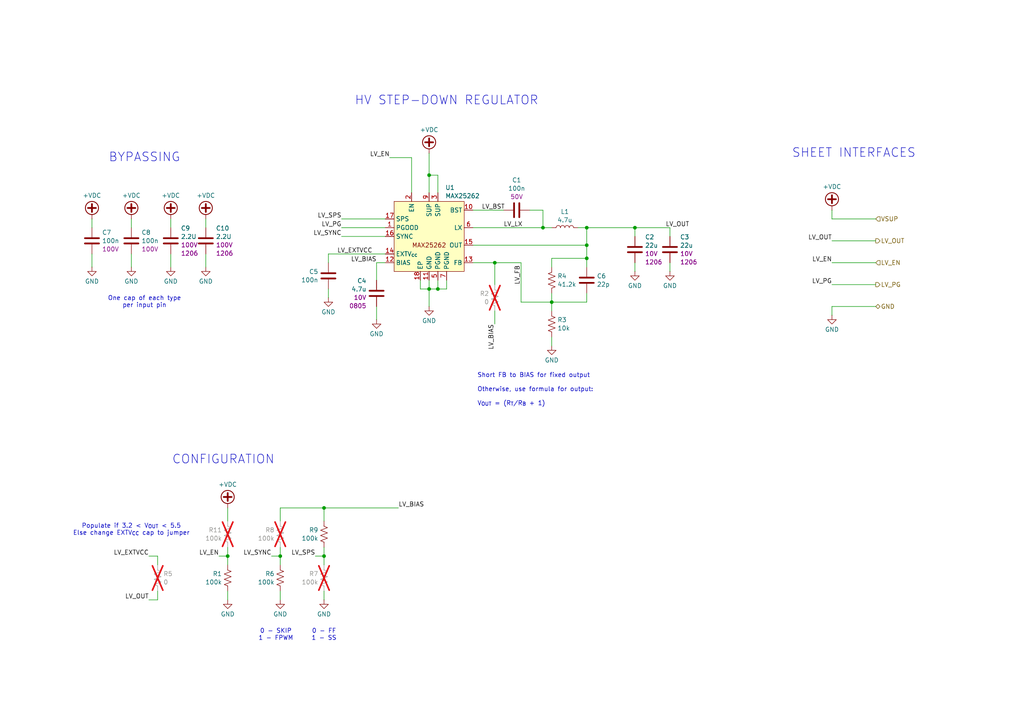
<source format=kicad_sch>
(kicad_sch (version 20250114) (generator "eeschema") (generator_version "9.0")
  (paper "A4")
  (title_block (title "HV Step-Down Regulator") (date "2025-07-15") (rev "0") (comment 1 "All resistors 0603 1% 0.1W unless noted") (comment 2 "All capacitors 0603 16V X5R 10% unless noted"))
  (lib_symbols
    (symbol "Device:C" (pin_numbers (hide yes)) (pin_names (offset 0.254))
      (property "Reference" "C" (at 0.635 2.54 0))
      (property "Value" "C" (at 0.635 -2.54 0))
      (symbol "C_0_1"
        (polyline (pts (xy -2.032 0.762) (xy 2.032 0.762)) (stroke (width 0.508)))
        (polyline (pts (xy -2.032 -0.762) (xy 2.032 -0.762)) (stroke (width 0.508)))
      )
      (symbol "C_1_1"
        (pin passive line (at 0 3.81 270) (length 2.794) (name "~") (number "1"))
        (pin passive line (at 0 -3.81 90) (length 2.794) (name "~") (number "2"))
      )
    )
    (symbol "Device:L" (pin_numbers (hide yes)) (pin_names (offset 1.016) (hide yes))
      (property "Reference" "L" (at -1.27 0 90))
      (property "Value" "L" (at 1.905 0 90))
      (symbol "L_0_1"
        (arc (start 0 2.54) (mid 0.6323 1.905) (end 0 1.27))
        (arc (start 0 1.27) (mid 0.6323 0.635) (end 0 0))
        (arc (start 0 0) (mid 0.6323 -0.635) (end 0 -1.27))
        (arc (start 0 -1.27) (mid 0.6323 -1.905) (end 0 -2.54))
      )
      (symbol "L_1_1"
        (pin passive line (at 0 3.81 270) (length 1.27) (name "1") (number "1"))
        (pin passive line (at 0 -3.81 90) (length 1.27) (name "2") (number "2"))
      )
    )
    (symbol "Device:R_US" (pin_numbers (hide yes)) (pin_names (offset 0))
      (property "Reference" "R" (at 2.54 0 90))
      (property "Value" "R_US" (at -2.54 0 90))
      (symbol "R_US_0_1"
        (polyline (pts (xy 0 2.286) (xy 0 2.54)))
        (polyline (pts (xy 0 2.286) (xy 1.016 1.905) (xy 0 1.524) (xy -1.016 1.143) (xy 0 0.762)))
        (polyline (pts (xy 0 0.762) (xy 1.016 0.381) (xy 0 0) (xy -1.016 -0.381) (xy 0 -0.762)))
        (polyline (pts (xy 0 -0.762) (xy 1.016 -1.143) (xy 0 -1.524) (xy -1.016 -1.905) (xy 0 -2.286)))
        (polyline (pts (xy 0 -2.286) (xy 0 -2.54)))
      )
      (symbol "R_US_1_1"
        (pin passive line (at 0 3.81 270) (length 1.27) (name "~") (number "1"))
        (pin passive line (at 0 -3.81 90) (length 1.27) (name "~") (number "2"))
      )
    )
    (symbol "SmithEmpire:MAX25262"
      (property "Reference" "U" (at 7.62 11.43 0))
      (symbol "MAX25262_1_1"
        (rectangle (start -10.16 10.16) (end 10.16 -10.16) (fill (type background)))
        (text "MAX25262" (at 0 -2.54 0) (effects (font (size 1.27 1.27))))
        (pin input line (at -12.7 5.08 0) (length 2.54) (name "SPS") (number "17"))
        (pin open_collector line (at -12.7 2.54 0) (length 2.54) (name "PGOOD") (number "1"))
        (pin input line (at -12.7 0 0) (length 2.54) (name "SYNC") (number "16"))
        (pin bidirectional line (at -12.7 -5.08 0) (length 2.54) (name "EXTV_{cc}") (number "14"))
        (pin bidirectional line (at -12.7 -7.62 0) (length 2.54) (name "BIAS") (number "12"))
        (pin input line (at -5.08 12.7 270) (length 2.54) (name "EN") (number "2"))
        (pin no_connect line (at -5.08 -12.7 90) (length 2.54) (hide yes) (name "NC") (number "8"))
        (pin passive line (at -2.54 -12.7 90) (length 2.54) (name "EP") (number "18"))
        (pin power_in line (at 0 12.7 270) (length 2.54) (name "SUP") (number "9"))
        (pin bidirectional line (at 0 -12.7 90) (length 2.54) (name "GND") (number "11"))
        (pin power_in line (at 2.54 12.7 270) (length 2.54) (name "SUP") (number "3"))
        (pin bidirectional line (at 2.54 -12.7 90) (length 2.54) (name "PGND") (number "5"))
        (pin bidirectional line (at 5.08 -12.7 90) (length 2.54) (name "PGND") (number "7"))
        (pin no_connect line (at 7.62 -12.7 90) (length 2.54) (hide yes) (name "NC") (number "4"))
        (pin power_in line (at 12.7 7.62 180) (length 2.54) (name "BST") (number "10"))
        (pin power_out line (at 12.7 2.54 180) (length 2.54) (name "LX") (number "6"))
        (pin input line (at 12.7 -2.54 180) (length 2.54) (name "OUT") (number "15"))
        (pin input line (at 12.7 -7.62 180) (length 2.54) (name "FB") (number "13"))
      )
    )
    (symbol "power:+VDC" (power) (pin_numbers (hide yes)) (pin_names (offset 0) (hide yes))
      (property "Value" "+VDC" (at 0 6.35 0))
      (symbol "+VDC_0_1"
        (polyline (pts (xy -1.143 3.175) (xy 1.143 3.175)) (stroke (width 0.508)))
        (circle (center 0 3.175) (radius 1.905) (stroke (width 0.254)))
        (polyline (pts (xy 0 2.032) (xy 0 4.318)) (stroke (width 0.508)))
        (polyline (pts (xy 0 0) (xy 0 1.27)))
      )
      (symbol "+VDC_1_1"
        (pin power_in line (at 0 0 90) (length 0) (name "~") (number "1"))
      )
    )
    (symbol "power:GND" (power) (pin_numbers (hide yes)) (pin_names (offset 0) (hide yes))
      (property "Value" "GND" (at 0 -3.81 0))
      (symbol "GND_0_1"
        (polyline (pts (xy 0 0) (xy 0 -1.27) (xy 1.27 -1.27) (xy 0 -2.54) (xy -1.27 -1.27) (xy 0 -1.27)))
      )
      (symbol "GND_1_1"
        (pin power_in line (at 0 0 270) (length 0) (name "~") (number "1"))
      )
    )
  )
  (text "HV STEP-DOWN REGULATOR" (at 129.54 29.21 0) (effects (font (size 2.54 2.54))))
  (text "0 - SKIP\n1 - FPWM" (at 80.01 184.15 0) (effects (font (size 1.27 1.27))))
  (text "Populate if 3.2 < V_{OUT} < 5.5\nElse change EXTV_{CC} cap to jumper" (at 38.1 153.67 0) (effects (font (size 1.27 1.27))))
  (text "0 - FF\n1 - SS" (at 93.98 184.15 0) (effects (font (size 1.27 1.27))))
  (text "SHEET INTERFACES" (at 247.65 44.45 0) (effects (font (size 2.54 2.54))))
  (text "Short FB to BIAS for fixed output\n\nOtherwise, use formula for output:\n\nV_{OUT} = (R_{T}/R_{B} + 1)" (at 138.43 113.03 0) (effects (font (size 1.27 1.27)) (justify left)))
  (text "CONFIGURATION" (at 64.77 133.35 0) (effects (font (size 2.54 2.54))))
  (text "BYPASSING" (at 41.91 45.72 0) (effects (font (size 2.54 2.54))))
  (text "One cap of each type\nper input pin" (at 41.91 87.63 0) (effects (font (size 1.27 1.27))))
  (junction (at 184.15 66.04))
  (junction (at 81.28 161.29))
  (junction (at 124.46 83.82))
  (junction (at 127 83.82))
  (junction (at 170.18 74.93))
  (junction (at 170.18 66.04))
  (junction (at 66.04 161.29))
  (junction (at 160.02 87.63))
  (junction (at 124.46 50.8))
  (junction (at 157.48 66.04))
  (junction (at 143.51 76.2))
  (junction (at 170.18 71.12))
  (junction (at 93.98 147.32))
  (junction (at 93.98 161.29))
  (wire (pts (xy 241.3 60.96) (xy 241.3 63.5)))
  (wire (pts (xy 160.02 74.93) (xy 170.18 74.93)))
  (wire (pts (xy 153.67 60.96) (xy 157.48 60.96)))
  (wire (pts (xy 184.15 66.04) (xy 184.15 68.58)))
  (wire (pts (xy 43.18 161.29) (xy 45.72 161.29)))
  (wire (pts (xy 124.46 50.8) (xy 127 50.8)))
  (wire (pts (xy 81.28 147.32) (xy 93.98 147.32)))
  (wire (pts (xy 81.28 158.75) (xy 81.28 161.29)))
  (wire (pts (xy 45.72 163.83) (xy 45.72 161.29)))
  (wire (pts (xy 93.98 147.32) (xy 93.98 151.13)))
  (wire (pts (xy 170.18 85.09) (xy 170.18 87.63)))
  (wire (pts (xy 137.16 60.96) (xy 146.05 60.96)))
  (wire (pts (xy 26.67 73.66) (xy 26.67 77.47)))
  (wire (pts (xy 99.06 66.04) (xy 111.76 66.04)))
  (wire (pts (xy 127 83.82) (xy 129.54 83.82)))
  (wire (pts (xy 170.18 66.04) (xy 170.18 71.12)))
  (wire (pts (xy 160.02 74.93) (xy 160.02 77.47)))
  (wire (pts (xy 26.67 63.5) (xy 26.67 66.04)))
  (wire (pts (xy 124.46 50.8) (xy 124.46 55.88)))
  (wire (pts (xy 160.02 87.63) (xy 170.18 87.63)))
  (wire (pts (xy 119.38 45.72) (xy 119.38 55.88)))
  (wire (pts (xy 194.31 76.2) (xy 194.31 78.74)))
  (wire (pts (xy 93.98 171.45) (xy 93.98 173.99)))
  (wire (pts (xy 66.04 161.29) (xy 66.04 163.83)))
  (wire (pts (xy 241.3 76.2) (xy 254 76.2)))
  (wire (pts (xy 93.98 161.29) (xy 93.98 163.83)))
  (wire (pts (xy 49.53 73.66) (xy 49.53 77.47)))
  (wire (pts (xy 170.18 74.93) (xy 170.18 77.47)))
  (wire (pts (xy 124.46 81.28) (xy 124.46 83.82)))
  (wire (pts (xy 109.22 88.9) (xy 109.22 92.71)))
  (wire (pts (xy 93.98 158.75) (xy 93.98 161.29)))
  (wire (pts (xy 184.15 66.04) (xy 194.31 66.04)))
  (wire (pts (xy 170.18 66.04) (xy 184.15 66.04)))
  (wire (pts (xy 124.46 83.82) (xy 127 83.82)))
  (wire (pts (xy 95.25 73.66) (xy 111.76 73.66)))
  (wire (pts (xy 95.25 83.82) (xy 95.25 86.36)))
  (wire (pts (xy 160.02 85.09) (xy 160.02 87.63)))
  (wire (pts (xy 66.04 171.45) (xy 66.04 173.99)))
  (wire (pts (xy 160.02 97.79) (xy 160.02 100.33)))
  (wire (pts (xy 81.28 147.32) (xy 81.28 151.13)))
  (wire (pts (xy 129.54 81.28) (xy 129.54 83.82)))
  (wire (pts (xy 241.3 88.9) (xy 254 88.9)))
  (wire (pts (xy 167.64 66.04) (xy 170.18 66.04)))
  (wire (pts (xy 241.3 69.85) (xy 254 69.85)))
  (wire (pts (xy 78.74 161.29) (xy 81.28 161.29)))
  (wire (pts (xy 121.92 83.82) (xy 124.46 83.82)))
  (wire (pts (xy 95.25 73.66) (xy 95.25 76.2)))
  (wire (pts (xy 151.13 76.2) (xy 151.13 87.63)))
  (wire (pts (xy 93.98 147.32) (xy 115.57 147.32)))
  (wire (pts (xy 66.04 147.32) (xy 66.04 151.13)))
  (wire (pts (xy 194.31 66.04) (xy 194.31 68.58)))
  (wire (pts (xy 59.69 63.5) (xy 59.69 66.04)))
  (wire (pts (xy 151.13 87.63) (xy 160.02 87.63)))
  (wire (pts (xy 137.16 71.12) (xy 170.18 71.12)))
  (wire (pts (xy 241.3 88.9) (xy 241.3 91.44)))
  (wire (pts (xy 91.44 161.29) (xy 93.98 161.29)))
  (wire (pts (xy 143.51 90.17) (xy 143.51 93.98)))
  (wire (pts (xy 63.5 161.29) (xy 66.04 161.29)))
  (wire (pts (xy 81.28 171.45) (xy 81.28 173.99)))
  (wire (pts (xy 59.69 73.66) (xy 59.69 77.47)))
  (wire (pts (xy 124.46 83.82) (xy 124.46 88.9)))
  (wire (pts (xy 184.15 76.2) (xy 184.15 78.74)))
  (wire (pts (xy 124.46 44.45) (xy 124.46 50.8)))
  (wire (pts (xy 241.3 82.55) (xy 254 82.55)))
  (wire (pts (xy 241.3 63.5) (xy 254 63.5)))
  (wire (pts (xy 137.16 66.04) (xy 157.48 66.04)))
  (wire (pts (xy 99.06 63.5) (xy 111.76 63.5)))
  (wire (pts (xy 157.48 60.96) (xy 157.48 66.04)))
  (wire (pts (xy 160.02 87.63) (xy 160.02 90.17)))
  (wire (pts (xy 109.22 76.2) (xy 109.22 81.28)))
  (wire (pts (xy 127 50.8) (xy 127 55.88)))
  (wire (pts (xy 127 81.28) (xy 127 83.82)))
  (wire (pts (xy 109.22 76.2) (xy 111.76 76.2)))
  (wire (pts (xy 43.18 173.99) (xy 45.72 173.99)))
  (wire (pts (xy 121.92 81.28) (xy 121.92 83.82)))
  (wire (pts (xy 157.48 66.04) (xy 160.02 66.04)))
  (wire (pts (xy 170.18 71.12) (xy 170.18 74.93)))
  (wire (pts (xy 143.51 76.2) (xy 143.51 82.55)))
  (wire (pts (xy 49.53 63.5) (xy 49.53 66.04)))
  (wire (pts (xy 143.51 76.2) (xy 151.13 76.2)))
  (wire (pts (xy 99.06 68.58) (xy 111.76 68.58)))
  (wire (pts (xy 38.1 63.5) (xy 38.1 66.04)))
  (wire (pts (xy 38.1 73.66) (xy 38.1 77.47)))
  (wire (pts (xy 137.16 76.2) (xy 143.51 76.2)))
  (wire (pts (xy 113.03 45.72) (xy 119.38 45.72)))
  (wire (pts (xy 81.28 161.29) (xy 81.28 163.83)))
  (wire (pts (xy 66.04 158.75) (xy 66.04 161.29)))
  (wire (pts (xy 45.72 173.99) (xy 45.72 171.45)))
  (label "LV_OUT" (at 241.3 69.85 180))
  (label "LV_PG" (at 241.3 82.55 180))
  (label "LV_SPS" (at 99.06 63.5 180))
  (label "LV_BST" (at 139.7 60.96 0))
  (label "LV_SYNC" (at 78.74 161.29 180))
  (label "LV_EXTVCC" (at 43.18 161.29 180))
  (label "LV_LX" (at 146.05 66.04 0))
  (label "LV_EN" (at 241.3 76.2 180))
  (label "LV_EN" (at 113.03 45.72 180))
  (label "LV_EXTVCC" (at 97.79 73.66 0))
  (label "LV_BIAS" (at 115.57 147.32 0))
  (label "LV_PG" (at 99.06 66.04 180))
  (label "LV_BIAS" (at 109.22 76.2 180))
  (label "LV_BIAS" (at 143.51 93.98 270))
  (label "LV_SPS" (at 91.44 161.29 180))
  (label "LV_OUT" (at 193.04 66.04 0))
  (label "LV_EN" (at 63.5 161.29 180))
  (label "LV_OUT" (at 43.18 173.99 180))
  (label "LV_SYNC" (at 99.06 68.58 180))
  (label "LV_FB" (at 151.13 82.55 90))
  (hierarchical_label "VSUP" (shape input) (at 254 63.5 0))
  (hierarchical_label "LV_PG" (shape output) (at 254 82.55 0))
  (hierarchical_label "LV_EN" (shape input) (at 254 76.2 0))
  (hierarchical_label "LV_OUT" (shape output) (at 254 69.85 0))
  (hierarchical_label "GND" (shape bidirectional) (at 254 88.9 0))
  (symbol (lib_id "Device:R_US") (at 66.04 167.64 0) (unit 1)
    (property "Reference" "R1" (at 64.389 166.4278 0) (effects (justify right)))
    (property "Value" "100k" (at 64.389 168.8521 0) (effects (justify right)))
    (property "Footprint" "Resistor_SMD:R_0603_1608Metric" (effects (hide yes)))
    (property "Description" "Resistor, US symbol" (effects (hide yes)))
    (property "MfrNum" "generic" (effects (hide yes)))
    (property "PRating" "0.1W" (effects (hide yes)))
    (property "Size" "0603" (effects (hide yes)))
  )
  (symbol (lib_id "power:+VDC") (at 38.1 63.5 0) (unit 1)
    (property "Reference" "#PWR013" (effects (hide yes)))
    (property "Value" "+VDC" (at 38.1 56.6999 0))
    (property "Description" "Power symbol creates a global label with name \"+VDC\"" (effects (hide yes)))
  )
  (symbol (lib_id "power:GND") (at 160.02 100.33 0) (unit 1)
    (property "Reference" "#PWR07" (effects (hide yes)))
    (property "Value" "GND" (at 160.02 104.4631 0))
    (property "Description" "Power symbol creates a global label with name \"GND\" , ground" (effects (hide yes)))
  )
  (symbol (lib_id "Device:C") (at 95.25 80.01 0) (unit 1)
    (property "Reference" "C5" (at 92.329 78.7978 0) (effects (justify right)))
    (property "Value" "100n" (at 92.329 81.2221 0) (effects (justify right)))
    (property "Footprint" "Capacitor_SMD:C_0603_1608Metric" (effects (hide yes)))
    (property "Description" "Unpolarized capacitor" (effects (hide yes)))
    (property "MfrNum" "generic" (effects (hide yes)))
    (property "VRating" "16V" (effects (hide yes)))
    (property "Size" "0603" (effects (hide yes)))
  )
  (symbol (lib_id "power:GND") (at 93.98 173.99 0) (unit 1)
    (property "Reference" "#PWR09" (effects (hide yes)))
    (property "Value" "GND" (at 93.98 178.1231 0))
    (property "Description" "Power symbol creates a global label with name \"GND\" , ground" (effects (hide yes)))
  )
  (symbol (lib_id "Device:R_US") (at 143.51 86.36 0) (unit 1) (dnp yes)
    (property "Reference" "R2" (at 141.859 85.1478 0) (effects (justify right)))
    (property "Value" "0" (at 141.859 87.5721 0) (effects (justify right)))
    (property "Footprint" "Resistor_SMD:R_0603_1608Metric" (effects (hide yes)))
    (property "Description" "Resistor, US symbol" (effects (hide yes)))
    (property "MfrNum" "generic" (effects (hide yes)))
    (property "PRating" "0.1W" (effects (hide yes)))
    (property "Size" "0603" (effects (hide yes)))
  )
  (symbol (lib_id "power:GND") (at 38.1 77.47 0) (unit 1)
    (property "Reference" "#PWR015" (effects (hide yes)))
    (property "Value" "GND" (at 38.1 81.6031 0))
    (property "Description" "Power symbol creates a global label with name \"GND\" , ground" (effects (hide yes)))
  )
  (symbol (lib_id "power:GND") (at 95.25 86.36 0) (unit 1)
    (property "Reference" "#PWR03" (effects (hide yes)))
    (property "Value" "GND" (at 95.25 90.4931 0))
    (property "Description" "Power symbol creates a global label with name \"GND\" , ground" (effects (hide yes)))
  )
  (symbol (lib_id "power:GND") (at 81.28 173.99 0) (unit 1)
    (property "Reference" "#PWR08" (effects (hide yes)))
    (property "Value" "GND" (at 81.28 178.1231 0))
    (property "Description" "Power symbol creates a global label with name \"GND\" , ground" (effects (hide yes)))
  )
  (symbol (lib_id "power:GND") (at 109.22 92.71 0) (unit 1)
    (property "Reference" "#PWR02" (effects (hide yes)))
    (property "Value" "GND" (at 109.22 96.8431 0))
    (property "Description" "Power symbol creates a global label with name \"GND\" , ground" (effects (hide yes)))
  )
  (symbol (lib_id "power:GND") (at 241.3 91.44 0) (unit 1)
    (property "Reference" "#PWR021" (effects (hide yes)))
    (property "Value" "GND" (at 241.3 95.5731 0))
    (property "Description" "Power symbol creates a global label with name \"GND\" , ground" (effects (hide yes)))
  )
  (symbol (lib_id "Device:C") (at 38.1 69.85 0) (unit 1)
    (property "Reference" "C8" (at 41.021 67.4257 0) (effects (justify left)))
    (property "Value" "100n" (at 41.021 69.85 0) (effects (justify left)))
    (property "Footprint" "Capacitor_SMD:C_0603_1608Metric" (effects (hide yes)))
    (property "Description" "Unpolarized capacitor" (effects (hide yes)))
    (property "MfrNum" "generic" (effects (hide yes)))
    (property "VRating" "100V" (at 41.021 72.2743 0) (effects (justify left)))
    (property "Size" "0603" (effects (hide yes)))
  )
  (symbol (lib_id "power:GND") (at 124.46 88.9 0) (unit 1)
    (property "Reference" "#PWR01" (effects (hide yes)))
    (property "Value" "GND" (at 124.46 93.0331 0))
    (property "Description" "Power symbol creates a global label with name \"GND\" , ground" (effects (hide yes)))
  )
  (symbol (lib_id "Device:R_US") (at 93.98 154.94 0) (unit 1)
    (property "Reference" "R9" (at 92.329 153.7278 0) (effects (justify right)))
    (property "Value" "100k" (at 92.329 156.1521 0) (effects (justify right)))
    (property "Footprint" "Resistor_SMD:R_0603_1608Metric" (effects (hide yes)))
    (property "Description" "Resistor, US symbol" (effects (hide yes)))
    (property "MfrNum" "generic" (effects (hide yes)))
    (property "PRating" "0.1W" (effects (hide yes)))
    (property "Size" "0603" (effects (hide yes)))
  )
  (symbol (lib_id "Device:R_US") (at 160.02 81.28 0) (mirror x) (unit 1)
    (property "Reference" "R4" (at 161.671 80.0678 0) (effects (justify left)))
    (property "Value" "41.2k" (at 161.671 82.4921 0) (effects (justify left)))
    (property "Footprint" "Resistor_SMD:R_0603_1608Metric" (effects (hide yes)))
    (property "Description" "Resistor, US symbol" (effects (hide yes)))
    (property "MfrNum" "generic" (effects (hide yes)))
    (property "PRating" "0.1W" (effects (hide yes)))
    (property "Size" "0603" (effects (hide yes)))
  )
  (symbol (lib_id "power:+VDC") (at 59.69 63.5 0) (unit 1)
    (property "Reference" "#PWR018" (effects (hide yes)))
    (property "Value" "+VDC" (at 59.69 56.6999 0))
    (property "Description" "Power symbol creates a global label with name \"+VDC\"" (effects (hide yes)))
  )
  (symbol (lib_id "Device:C") (at 59.69 69.85 0) (unit 1)
    (property "Reference" "C10" (at 62.611 66.2135 0) (effects (justify left)))
    (property "Value" "2.2U" (at 62.611 68.6378 0) (effects (justify left)))
    (property "Footprint" "Capacitor_SMD:C_1210_3225Metric" (effects (hide yes)))
    (property "Description" "Unpolarized capacitor" (effects (hide yes)))
    (property "MfrNum" "generic" (effects (hide yes)))
    (property "VRating" "100V" (at 62.611 71.0621 0) (effects (justify left)))
    (property "Size" "1206" (at 62.611 73.4864 0) (effects (justify left)))
  )
  (symbol (lib_id "Device:C") (at 184.15 72.39 180) (unit 1)
    (property "Reference" "C2" (at 187.071 68.7535 0) (effects (justify right)))
    (property "Value" "22u" (at 187.071 71.1778 0) (effects (justify right)))
    (property "Footprint" "Capacitor_SMD:C_1210_3225Metric" (effects (hide yes)))
    (property "Description" "Unpolarized capacitor" (effects (hide yes)))
    (property "MfrNum" "generic" (effects (hide yes)))
    (property "VRating" "10V" (at 187.071 73.6021 0) (effects (justify right)))
    (property "Size" "1206" (at 187.071 76.0264 0) (effects (justify right)))
  )
  (symbol (lib_id "power:+VDC") (at 124.46 44.45 0) (unit 1)
    (property "Reference" "#PWR011" (effects (hide yes)))
    (property "Value" "+VDC" (at 124.46 37.6499 0))
    (property "Description" "Power symbol creates a global label with name \"+VDC\"" (effects (hide yes)))
  )
  (symbol (lib_id "power:GND") (at 49.53 77.47 0) (unit 1)
    (property "Reference" "#PWR017" (effects (hide yes)))
    (property "Value" "GND" (at 49.53 81.6031 0))
    (property "Description" "Power symbol creates a global label with name \"GND\" , ground" (effects (hide yes)))
  )
  (symbol (lib_id "Device:R_US") (at 93.98 167.64 0) (unit 1) (dnp yes)
    (property "Reference" "R7" (at 92.329 166.4278 0) (effects (justify right)))
    (property "Value" "100k" (at 92.329 168.8521 0) (effects (justify right)))
    (property "Footprint" "Resistor_SMD:R_0603_1608Metric" (effects (hide yes)))
    (property "Description" "Resistor, US symbol" (effects (hide yes)))
    (property "MfrNum" "generic" (effects (hide yes)))
    (property "PRating" "0.1W" (effects (hide yes)))
    (property "Size" "0603" (effects (hide yes)))
  )
  (symbol (lib_id "Device:C") (at 49.53 69.85 0) (unit 1)
    (property "Reference" "C9" (at 52.451 66.2135 0) (effects (justify left)))
    (property "Value" "2.2U" (at 52.451 68.6378 0) (effects (justify left)))
    (property "Footprint" "Capacitor_SMD:C_1210_3225Metric" (effects (hide yes)))
    (property "Description" "Unpolarized capacitor" (effects (hide yes)))
    (property "MfrNum" "generic" (effects (hide yes)))
    (property "VRating" "100V" (at 52.451 71.0621 0) (effects (justify left)))
    (property "Size" "1206" (at 52.451 73.4864 0) (effects (justify left)))
  )
  (symbol (lib_id "Device:C") (at 26.67 69.85 0) (unit 1)
    (property "Reference" "C7" (at 29.591 67.4257 0) (effects (justify left)))
    (property "Value" "100n" (at 29.591 69.85 0) (effects (justify left)))
    (property "Footprint" "Capacitor_SMD:C_0603_1608Metric" (effects (hide yes)))
    (property "Description" "Unpolarized capacitor" (effects (hide yes)))
    (property "MfrNum" "generic" (effects (hide yes)))
    (property "VRating" "100V" (at 29.591 72.2743 0) (effects (justify left)))
    (property "Size" "0603" (effects (hide yes)))
  )
  (symbol (lib_id "power:GND") (at 66.04 173.99 0) (unit 1)
    (property "Reference" "#PWR04" (effects (hide yes)))
    (property "Value" "GND" (at 66.04 178.1231 0))
    (property "Description" "Power symbol creates a global label with name \"GND\" , ground" (effects (hide yes)))
  )
  (symbol (lib_id "power:GND") (at 184.15 78.74 0) (unit 1)
    (property "Reference" "#PWR05" (effects (hide yes)))
    (property "Value" "GND" (at 184.15 82.8731 0))
    (property "Description" "Power symbol creates a global label with name \"GND\" , ground" (effects (hide yes)))
  )
  (symbol (lib_id "power:+VDC") (at 49.53 63.5 0) (unit 1)
    (property "Reference" "#PWR016" (effects (hide yes)))
    (property "Value" "+VDC" (at 49.53 56.6999 0))
    (property "Description" "Power symbol creates a global label with name \"+VDC\"" (effects (hide yes)))
  )
  (symbol (lib_id "Device:R_US") (at 66.04 154.94 0) (unit 1) (dnp yes)
    (property "Reference" "R11" (at 64.389 153.7278 0) (effects (justify right)))
    (property "Value" "100k" (at 64.389 156.1521 0) (effects (justify right)))
    (property "Footprint" "Resistor_SMD:R_0603_1608Metric" (effects (hide yes)))
    (property "Description" "Resistor, US symbol" (effects (hide yes)))
    (property "MfrNum" "generic" (effects (hide yes)))
    (property "PRating" "0.1W" (effects (hide yes)))
    (property "Size" "0603" (effects (hide yes)))
  )
  (symbol (lib_id "Device:R_US") (at 81.28 154.94 0) (unit 1) (dnp yes)
    (property "Reference" "R8" (at 79.629 153.7278 0) (effects (justify right)))
    (property "Value" "100k" (at 79.629 156.1521 0) (effects (justify right)))
    (property "Footprint" "Resistor_SMD:R_0603_1608Metric" (effects (hide yes)))
    (property "Description" "Resistor, US symbol" (effects (hide yes)))
    (property "MfrNum" "generic" (effects (hide yes)))
    (property "PRating" "0.1W" (effects (hide yes)))
    (property "Size" "0603" (effects (hide yes)))
  )
  (symbol (lib_id "Device:C") (at 149.86 60.96 90) (unit 1)
    (property "Reference" "C1" (at 149.86 52.2323 90))
    (property "Value" "100n" (at 149.86 54.6566 90))
    (property "Footprint" "Capacitor_SMD:C_0603_1608Metric" (effects (hide yes)))
    (property "Description" "Unpolarized capacitor" (effects (hide yes)))
    (property "MfrNum" "generic" (effects (hide yes)))
    (property "VRating" "50V" (at 149.86 57.0809 90))
    (property "Size" "0603" (effects (hide yes)))
  )
  (symbol (lib_id "SmithEmpire:MAX25262") (at 124.46 68.58 0) (unit 1)
    (property "Reference" "U1" (at 129.1433 54.4025 0) (effects (justify left)))
    (property "Value" "MAX25262" (at 129.1433 56.8268 0) (effects (justify left)))
    (property "Footprint" "HPB_footprints:ADI_21-100429" (effects (hide yes)))
  )
  (symbol (lib_id "power:+VDC") (at 26.67 63.5 0) (unit 1)
    (property "Reference" "#PWR012" (effects (hide yes)))
    (property "Value" "+VDC" (at 26.67 56.6999 0))
    (property "Description" "Power symbol creates a global label with name \"+VDC\"" (effects (hide yes)))
  )
  (symbol (lib_id "Device:R_US") (at 45.72 167.64 180) (unit 1) (dnp yes)
    (property "Reference" "R5" (at 47.371 166.4278 0) (effects (justify right)))
    (property "Value" "0" (at 47.371 168.8521 0) (effects (justify right)))
    (property "Footprint" "Resistor_SMD:R_0603_1608Metric" (effects (hide yes)))
    (property "Description" "Resistor, US symbol" (effects (hide yes)))
    (property "MfrNum" "generic" (effects (hide yes)))
    (property "PRating" "0.1W" (effects (hide yes)))
    (property "Size" "0603" (effects (hide yes)))
  )
  (symbol (lib_id "power:+VDC") (at 241.3 60.96 0) (unit 1)
    (property "Reference" "#PWR020" (effects (hide yes)))
    (property "Value" "+VDC" (at 241.3 54.1599 0))
    (property "Description" "Power symbol creates a global label with name \"+VDC\"" (effects (hide yes)))
  )
  (symbol (lib_id "Device:R_US") (at 160.02 93.98 180) (unit 1)
    (property "Reference" "R3" (at 161.671 92.7678 0) (effects (justify right)))
    (property "Value" "10k" (at 161.671 95.1921 0) (effects (justify right)))
    (property "Footprint" "Resistor_SMD:R_0603_1608Metric" (effects (hide yes)))
    (property "Description" "Resistor, US symbol" (effects (hide yes)))
    (property "MfrNum" "generic" (effects (hide yes)))
    (property "PRating" "0.1W" (effects (hide yes)))
    (property "Size" "0603" (effects (hide yes)))
  )
  (symbol (lib_id "power:GND") (at 59.69 77.47 0) (unit 1)
    (property "Reference" "#PWR019" (effects (hide yes)))
    (property "Value" "GND" (at 59.69 81.6031 0))
    (property "Description" "Power symbol creates a global label with name \"GND\" , ground" (effects (hide yes)))
  )
  (symbol (lib_id "Device:R_US") (at 81.28 167.64 0) (unit 1)
    (property "Reference" "R6" (at 79.629 166.4278 0) (effects (justify right)))
    (property "Value" "100k" (at 79.629 168.8521 0) (effects (justify right)))
    (property "Footprint" "Resistor_SMD:R_0603_1608Metric" (effects (hide yes)))
    (property "Description" "Resistor, US symbol" (effects (hide yes)))
    (property "MfrNum" "generic" (effects (hide yes)))
    (property "PRating" "0.1W" (effects (hide yes)))
    (property "Size" "0603" (effects (hide yes)))
  )
  (symbol (lib_id "power:GND") (at 26.67 77.47 0) (unit 1)
    (property "Reference" "#PWR014" (effects (hide yes)))
    (property "Value" "GND" (at 26.67 81.6031 0))
    (property "Description" "Power symbol creates a global label with name \"GND\" , ground" (effects (hide yes)))
  )
  (symbol (lib_id "Device:C") (at 109.22 85.09 0) (mirror x) (unit 1)
    (property "Reference" "C4" (at 106.299 81.4535 0) (effects (justify right)))
    (property "Value" "4.7u" (at 106.299 83.8778 0) (effects (justify right)))
    (property "Footprint" "Capacitor_SMD:C_0805_2012Metric" (effects (hide yes)))
    (property "Description" "Unpolarized capacitor" (effects (hide yes)))
    (property "MfrNum" "generic" (effects (hide yes)))
    (property "VRating" "10V" (at 106.299 86.3021 0) (effects (justify right)))
    (property "Size" "0805" (at 106.299 88.7264 0) (effects (justify right)))
  )
  (symbol (lib_id "power:+VDC") (at 66.04 147.32 0) (unit 1)
    (property "Reference" "#PWR010" (effects (hide yes)))
    (property "Value" "+VDC" (at 66.04 140.5199 0))
    (property "Description" "Power symbol creates a global label with name \"+VDC\"" (effects (hide yes)))
  )
  (symbol (lib_id "power:GND") (at 194.31 78.74 0) (unit 1)
    (property "Reference" "#PWR06" (effects (hide yes)))
    (property "Value" "GND" (at 194.31 82.8731 0))
    (property "Description" "Power symbol creates a global label with name \"GND\" , ground" (effects (hide yes)))
  )
  (symbol (lib_id "Device:L") (at 163.83 66.04 90) (unit 1)
    (property "Reference" "L1" (at 163.83 61.3902 90))
    (property "Value" "4.7u" (at 163.83 63.8145 90))
    (property "Footprint" "Inductor_SMD:L_Coilcraft_XAL6060-XXX" (effects (hide yes)))
    (property "Description" "Inductor" (effects (hide yes)))
    (property "MfrNum" "Coilcraft_XEL6060-472" (effects (hide yes)))
  )
  (symbol (lib_id "Device:C") (at 170.18 81.28 180) (unit 1)
    (property "Reference" "C6" (at 173.101 80.0678 0) (effects (justify right)))
    (property "Value" "22p" (at 173.101 82.4921 0) (effects (justify right)))
    (property "Footprint" "Capacitor_SMD:C_0603_1608Metric" (effects (hide yes)))
    (property "Description" "Unpolarized capacitor" (effects (hide yes)))
    (property "MfrNum" "generic" (effects (hide yes)))
    (property "VRating" "16V" (effects (hide yes)))
    (property "Size" "0603" (effects (hide yes)))
  )
  (symbol (lib_id "Device:C") (at 194.31 72.39 180) (unit 1)
    (property "Reference" "C3" (at 197.231 68.7535 0) (effects (justify right)))
    (property "Value" "22u" (at 197.231 71.1778 0) (effects (justify right)))
    (property "Footprint" "Capacitor_SMD:C_1210_3225Metric" (effects (hide yes)))
    (property "Description" "Unpolarized capacitor" (effects (hide yes)))
    (property "MfrNum" "generic" (effects (hide yes)))
    (property "VRating" "10V" (at 197.231 73.6021 0) (effects (justify right)))
    (property "Size" "1206" (at 197.231 76.0264 0) (effects (justify right)))
  )
)
</source>
